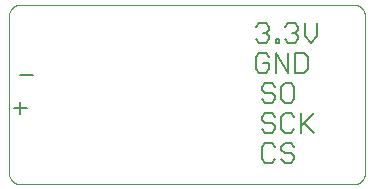
<source format=gbo>
G75*
%MOIN*%
%OFA0B0*%
%FSLAX25Y25*%
%IPPOS*%
%LPD*%
%AMOC8*
5,1,8,0,0,1.08239X$1,22.5*
%
%ADD10C,0.00000*%
%ADD11C,0.00600*%
D10*
X0005892Y0003769D02*
X0116719Y0003769D01*
X0116843Y0003771D01*
X0116966Y0003777D01*
X0117090Y0003786D01*
X0117212Y0003800D01*
X0117335Y0003817D01*
X0117457Y0003839D01*
X0117578Y0003864D01*
X0117698Y0003893D01*
X0117817Y0003925D01*
X0117936Y0003962D01*
X0118053Y0004002D01*
X0118168Y0004045D01*
X0118283Y0004093D01*
X0118395Y0004144D01*
X0118506Y0004198D01*
X0118616Y0004256D01*
X0118723Y0004317D01*
X0118829Y0004382D01*
X0118932Y0004450D01*
X0119033Y0004521D01*
X0119132Y0004595D01*
X0119229Y0004672D01*
X0119323Y0004753D01*
X0119414Y0004836D01*
X0119503Y0004922D01*
X0119589Y0005011D01*
X0119672Y0005102D01*
X0119753Y0005196D01*
X0119830Y0005293D01*
X0119904Y0005392D01*
X0119975Y0005493D01*
X0120043Y0005596D01*
X0120108Y0005702D01*
X0120169Y0005809D01*
X0120227Y0005919D01*
X0120281Y0006030D01*
X0120332Y0006142D01*
X0120380Y0006257D01*
X0120423Y0006372D01*
X0120463Y0006489D01*
X0120500Y0006608D01*
X0120532Y0006727D01*
X0120561Y0006847D01*
X0120586Y0006968D01*
X0120608Y0007090D01*
X0120625Y0007213D01*
X0120639Y0007335D01*
X0120648Y0007459D01*
X0120654Y0007582D01*
X0120656Y0007706D01*
X0120656Y0059792D01*
X0120654Y0059916D01*
X0120648Y0060039D01*
X0120639Y0060163D01*
X0120625Y0060285D01*
X0120608Y0060408D01*
X0120586Y0060530D01*
X0120561Y0060651D01*
X0120532Y0060771D01*
X0120500Y0060890D01*
X0120463Y0061009D01*
X0120423Y0061126D01*
X0120380Y0061241D01*
X0120332Y0061356D01*
X0120281Y0061468D01*
X0120227Y0061579D01*
X0120169Y0061689D01*
X0120108Y0061796D01*
X0120043Y0061902D01*
X0119975Y0062005D01*
X0119904Y0062106D01*
X0119830Y0062205D01*
X0119753Y0062302D01*
X0119672Y0062396D01*
X0119589Y0062487D01*
X0119503Y0062576D01*
X0119414Y0062662D01*
X0119323Y0062745D01*
X0119229Y0062826D01*
X0119132Y0062903D01*
X0119033Y0062977D01*
X0118932Y0063048D01*
X0118829Y0063116D01*
X0118723Y0063181D01*
X0118616Y0063242D01*
X0118506Y0063300D01*
X0118395Y0063354D01*
X0118283Y0063405D01*
X0118168Y0063453D01*
X0118053Y0063496D01*
X0117936Y0063536D01*
X0117817Y0063573D01*
X0117698Y0063605D01*
X0117578Y0063634D01*
X0117457Y0063659D01*
X0117335Y0063681D01*
X0117212Y0063698D01*
X0117090Y0063712D01*
X0116966Y0063721D01*
X0116843Y0063727D01*
X0116719Y0063729D01*
X0005892Y0063729D01*
X0005768Y0063727D01*
X0005645Y0063721D01*
X0005521Y0063712D01*
X0005399Y0063698D01*
X0005276Y0063681D01*
X0005154Y0063659D01*
X0005033Y0063634D01*
X0004913Y0063605D01*
X0004794Y0063573D01*
X0004675Y0063536D01*
X0004558Y0063496D01*
X0004443Y0063453D01*
X0004328Y0063405D01*
X0004216Y0063354D01*
X0004105Y0063300D01*
X0003995Y0063242D01*
X0003888Y0063181D01*
X0003782Y0063116D01*
X0003679Y0063048D01*
X0003578Y0062977D01*
X0003479Y0062903D01*
X0003382Y0062826D01*
X0003288Y0062745D01*
X0003197Y0062662D01*
X0003108Y0062576D01*
X0003022Y0062487D01*
X0002939Y0062396D01*
X0002858Y0062302D01*
X0002781Y0062205D01*
X0002707Y0062106D01*
X0002636Y0062005D01*
X0002568Y0061902D01*
X0002503Y0061796D01*
X0002442Y0061689D01*
X0002384Y0061579D01*
X0002330Y0061468D01*
X0002279Y0061356D01*
X0002231Y0061241D01*
X0002188Y0061126D01*
X0002148Y0061009D01*
X0002111Y0060890D01*
X0002079Y0060771D01*
X0002050Y0060651D01*
X0002025Y0060530D01*
X0002003Y0060408D01*
X0001986Y0060285D01*
X0001972Y0060163D01*
X0001963Y0060039D01*
X0001957Y0059916D01*
X0001955Y0059792D01*
X0001955Y0007706D01*
X0001957Y0007582D01*
X0001963Y0007459D01*
X0001972Y0007335D01*
X0001986Y0007213D01*
X0002003Y0007090D01*
X0002025Y0006968D01*
X0002050Y0006847D01*
X0002079Y0006727D01*
X0002111Y0006608D01*
X0002148Y0006489D01*
X0002188Y0006372D01*
X0002231Y0006257D01*
X0002279Y0006142D01*
X0002330Y0006030D01*
X0002384Y0005919D01*
X0002442Y0005809D01*
X0002503Y0005702D01*
X0002568Y0005596D01*
X0002636Y0005493D01*
X0002707Y0005392D01*
X0002781Y0005293D01*
X0002858Y0005196D01*
X0002939Y0005102D01*
X0003022Y0005011D01*
X0003108Y0004922D01*
X0003197Y0004836D01*
X0003288Y0004753D01*
X0003382Y0004672D01*
X0003479Y0004595D01*
X0003578Y0004521D01*
X0003679Y0004450D01*
X0003782Y0004382D01*
X0003888Y0004317D01*
X0003995Y0004256D01*
X0004105Y0004198D01*
X0004216Y0004144D01*
X0004328Y0004093D01*
X0004443Y0004045D01*
X0004558Y0004002D01*
X0004675Y0003962D01*
X0004794Y0003925D01*
X0004913Y0003893D01*
X0005033Y0003864D01*
X0005154Y0003839D01*
X0005276Y0003817D01*
X0005399Y0003800D01*
X0005521Y0003786D01*
X0005645Y0003777D01*
X0005768Y0003771D01*
X0005892Y0003769D01*
D11*
X0005768Y0027105D02*
X0005768Y0031375D01*
X0003633Y0029240D02*
X0007904Y0029240D01*
X0009872Y0040303D02*
X0005602Y0040303D01*
X0084381Y0042105D02*
X0085449Y0041037D01*
X0087584Y0041037D01*
X0088652Y0042105D01*
X0088652Y0044240D01*
X0086517Y0044240D01*
X0088652Y0046375D02*
X0087584Y0047442D01*
X0085449Y0047442D01*
X0084381Y0046375D01*
X0084381Y0042105D01*
X0090827Y0041037D02*
X0090827Y0047442D01*
X0095097Y0041037D01*
X0095097Y0047442D01*
X0097272Y0047442D02*
X0100475Y0047442D01*
X0101543Y0046375D01*
X0101543Y0042105D01*
X0100475Y0041037D01*
X0097272Y0041037D01*
X0097272Y0047442D01*
X0097252Y0051037D02*
X0095117Y0051037D01*
X0094050Y0052105D01*
X0091894Y0052105D02*
X0091894Y0051037D01*
X0090827Y0051037D01*
X0090827Y0052105D01*
X0091894Y0052105D01*
X0088652Y0052105D02*
X0087584Y0051037D01*
X0085449Y0051037D01*
X0084381Y0052105D01*
X0086517Y0054240D02*
X0087584Y0054240D01*
X0088652Y0053172D01*
X0088652Y0052105D01*
X0087584Y0054240D02*
X0088652Y0055307D01*
X0088652Y0056375D01*
X0087584Y0057442D01*
X0085449Y0057442D01*
X0084381Y0056375D01*
X0094050Y0056375D02*
X0095117Y0057442D01*
X0097252Y0057442D01*
X0098320Y0056375D01*
X0098320Y0055307D01*
X0097252Y0054240D01*
X0098320Y0053172D01*
X0098320Y0052105D01*
X0097252Y0051037D01*
X0100495Y0053172D02*
X0102630Y0051037D01*
X0104765Y0053172D01*
X0104765Y0057442D01*
X0100495Y0057442D02*
X0100495Y0053172D01*
X0097252Y0054240D02*
X0096185Y0054240D01*
X0095998Y0037442D02*
X0093863Y0037442D01*
X0092795Y0036375D01*
X0092795Y0032105D01*
X0093863Y0031037D01*
X0095998Y0031037D01*
X0097066Y0032105D01*
X0097066Y0036375D01*
X0095998Y0037442D01*
X0090620Y0036375D02*
X0089553Y0037442D01*
X0087417Y0037442D01*
X0086350Y0036375D01*
X0086350Y0035307D01*
X0087417Y0034240D01*
X0089553Y0034240D01*
X0090620Y0033172D01*
X0090620Y0032105D01*
X0089553Y0031037D01*
X0087417Y0031037D01*
X0086350Y0032105D01*
X0087417Y0027442D02*
X0086350Y0026375D01*
X0086350Y0025307D01*
X0087417Y0024240D01*
X0089553Y0024240D01*
X0090620Y0023172D01*
X0090620Y0022105D01*
X0089553Y0021037D01*
X0087417Y0021037D01*
X0086350Y0022105D01*
X0092795Y0022105D02*
X0093863Y0021037D01*
X0095998Y0021037D01*
X0097066Y0022105D01*
X0099241Y0023172D02*
X0103511Y0027442D01*
X0099241Y0027442D02*
X0099241Y0021037D01*
X0100308Y0024240D02*
X0103511Y0021037D01*
X0097066Y0016375D02*
X0095998Y0017442D01*
X0093863Y0017442D01*
X0092795Y0016375D01*
X0092795Y0015307D01*
X0093863Y0014240D01*
X0095998Y0014240D01*
X0097066Y0013172D01*
X0097066Y0012105D01*
X0095998Y0011037D01*
X0093863Y0011037D01*
X0092795Y0012105D01*
X0090620Y0012105D02*
X0089553Y0011037D01*
X0087417Y0011037D01*
X0086350Y0012105D01*
X0086350Y0016375D01*
X0087417Y0017442D01*
X0089553Y0017442D01*
X0090620Y0016375D01*
X0092795Y0022105D02*
X0092795Y0026375D01*
X0093863Y0027442D01*
X0095998Y0027442D01*
X0097066Y0026375D01*
X0090620Y0026375D02*
X0089553Y0027442D01*
X0087417Y0027442D01*
M02*

</source>
